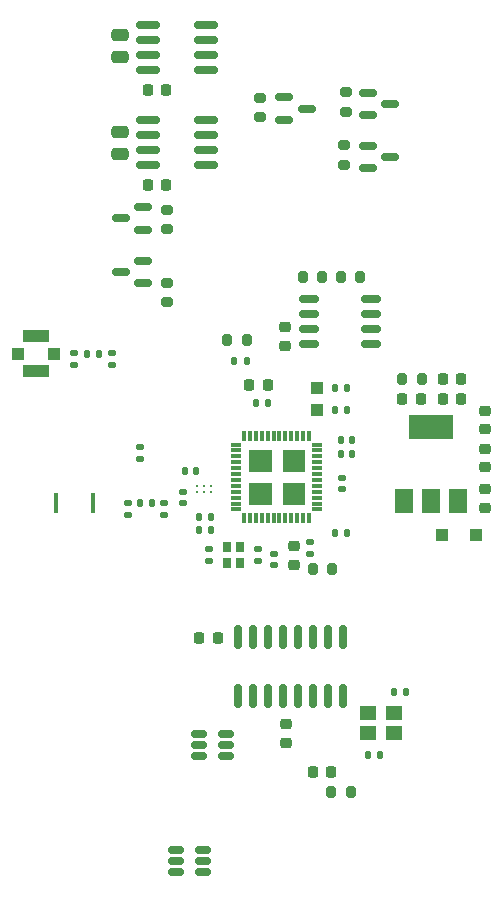
<source format=gbr>
%TF.GenerationSoftware,KiCad,Pcbnew,(6.0.2)*%
%TF.CreationDate,2022-04-29T18:18:38+02:00*%
%TF.ProjectId,reflowControllerV2,7265666c-6f77-4436-9f6e-74726f6c6c65,rev?*%
%TF.SameCoordinates,Original*%
%TF.FileFunction,Paste,Top*%
%TF.FilePolarity,Positive*%
%FSLAX46Y46*%
G04 Gerber Fmt 4.6, Leading zero omitted, Abs format (unit mm)*
G04 Created by KiCad (PCBNEW (6.0.2)) date 2022-04-29 18:18:38*
%MOMM*%
%LPD*%
G01*
G04 APERTURE LIST*
G04 Aperture macros list*
%AMRoundRect*
0 Rectangle with rounded corners*
0 $1 Rounding radius*
0 $2 $3 $4 $5 $6 $7 $8 $9 X,Y pos of 4 corners*
0 Add a 4 corners polygon primitive as box body*
4,1,4,$2,$3,$4,$5,$6,$7,$8,$9,$2,$3,0*
0 Add four circle primitives for the rounded corners*
1,1,$1+$1,$2,$3*
1,1,$1+$1,$4,$5*
1,1,$1+$1,$6,$7*
1,1,$1+$1,$8,$9*
0 Add four rect primitives between the rounded corners*
20,1,$1+$1,$2,$3,$4,$5,0*
20,1,$1+$1,$4,$5,$6,$7,0*
20,1,$1+$1,$6,$7,$8,$9,0*
20,1,$1+$1,$8,$9,$2,$3,0*%
G04 Aperture macros list end*
%ADD10C,0.010000*%
%ADD11RoundRect,0.150000X-0.587500X-0.150000X0.587500X-0.150000X0.587500X0.150000X-0.587500X0.150000X0*%
%ADD12RoundRect,0.140000X0.170000X-0.140000X0.170000X0.140000X-0.170000X0.140000X-0.170000X-0.140000X0*%
%ADD13RoundRect,0.150000X0.512500X0.150000X-0.512500X0.150000X-0.512500X-0.150000X0.512500X-0.150000X0*%
%ADD14RoundRect,0.150000X-0.825000X-0.150000X0.825000X-0.150000X0.825000X0.150000X-0.825000X0.150000X0*%
%ADD15RoundRect,0.225000X0.225000X0.250000X-0.225000X0.250000X-0.225000X-0.250000X0.225000X-0.250000X0*%
%ADD16RoundRect,0.200000X0.275000X-0.200000X0.275000X0.200000X-0.275000X0.200000X-0.275000X-0.200000X0*%
%ADD17RoundRect,0.140000X-0.140000X-0.170000X0.140000X-0.170000X0.140000X0.170000X-0.140000X0.170000X0*%
%ADD18RoundRect,0.147500X0.147500X0.172500X-0.147500X0.172500X-0.147500X-0.172500X0.147500X-0.172500X0*%
%ADD19RoundRect,0.225000X-0.250000X0.225000X-0.250000X-0.225000X0.250000X-0.225000X0.250000X0.225000X0*%
%ADD20RoundRect,0.200000X-0.275000X0.200000X-0.275000X-0.200000X0.275000X-0.200000X0.275000X0.200000X0*%
%ADD21RoundRect,0.200000X0.200000X0.275000X-0.200000X0.275000X-0.200000X-0.275000X0.200000X-0.275000X0*%
%ADD22RoundRect,0.150000X0.587500X0.150000X-0.587500X0.150000X-0.587500X-0.150000X0.587500X-0.150000X0*%
%ADD23RoundRect,0.200000X-0.200000X-0.275000X0.200000X-0.275000X0.200000X0.275000X-0.200000X0.275000X0*%
%ADD24RoundRect,0.140000X-0.170000X0.140000X-0.170000X-0.140000X0.170000X-0.140000X0.170000X0.140000X0*%
%ADD25RoundRect,0.250000X-0.475000X0.250000X-0.475000X-0.250000X0.475000X-0.250000X0.475000X0.250000X0*%
%ADD26RoundRect,0.225000X-0.225000X-0.250000X0.225000X-0.250000X0.225000X0.250000X-0.225000X0.250000X0*%
%ADD27RoundRect,0.140000X0.140000X0.170000X-0.140000X0.170000X-0.140000X-0.170000X0.140000X-0.170000X0*%
%ADD28R,1.400000X1.200000*%
%ADD29RoundRect,0.150000X0.150000X-0.825000X0.150000X0.825000X-0.150000X0.825000X-0.150000X-0.825000X0*%
%ADD30R,1.100000X1.100000*%
%ADD31R,1.500000X2.000000*%
%ADD32R,3.800000X2.000000*%
%ADD33R,0.800000X0.900000*%
%ADD34RoundRect,0.218750X-0.218750X-0.256250X0.218750X-0.256250X0.218750X0.256250X-0.218750X0.256250X0*%
%ADD35RoundRect,0.225000X0.250000X-0.225000X0.250000X0.225000X-0.250000X0.225000X-0.250000X-0.225000X0*%
%ADD36R,0.400000X1.800000*%
%ADD37RoundRect,0.150000X0.675000X0.150000X-0.675000X0.150000X-0.675000X-0.150000X0.675000X-0.150000X0*%
%ADD38R,0.203200X0.203200*%
%ADD39R,2.200000X1.050000*%
%ADD40R,1.050000X1.000000*%
%ADD41RoundRect,0.135000X0.135000X0.185000X-0.135000X0.185000X-0.135000X-0.185000X0.135000X-0.185000X0*%
%ADD42RoundRect,0.008100X-0.126900X0.421900X-0.126900X-0.421900X0.126900X-0.421900X0.126900X0.421900X0*%
%ADD43RoundRect,0.008100X-0.421900X-0.126900X0.421900X-0.126900X0.421900X0.126900X-0.421900X0.126900X0*%
%ADD44R,1.100000X1.050000*%
%ADD45RoundRect,0.218750X0.256250X-0.218750X0.256250X0.218750X-0.256250X0.218750X-0.256250X-0.218750X0*%
G04 APERTURE END LIST*
D10*
%TO.C,U4*%
X25640000Y-46510000D02*
X25640000Y-48290000D01*
X25640000Y-48290000D02*
X23860000Y-48290000D01*
X23860000Y-48290000D02*
X23860000Y-46510000D01*
X23860000Y-46510000D02*
X25640000Y-46510000D01*
G36*
X25640000Y-48290000D02*
G01*
X23860000Y-48290000D01*
X23860000Y-46510000D01*
X25640000Y-46510000D01*
X25640000Y-48290000D01*
G37*
X25640000Y-48290000D02*
X23860000Y-48290000D01*
X23860000Y-46510000D01*
X25640000Y-46510000D01*
X25640000Y-48290000D01*
X22840000Y-46510000D02*
X22840000Y-48290000D01*
X22840000Y-48290000D02*
X21060000Y-48290000D01*
X21060000Y-48290000D02*
X21060000Y-46510000D01*
X21060000Y-46510000D02*
X22840000Y-46510000D01*
G36*
X22840000Y-48290000D02*
G01*
X21060000Y-48290000D01*
X21060000Y-46510000D01*
X22840000Y-46510000D01*
X22840000Y-48290000D01*
G37*
X22840000Y-48290000D02*
X21060000Y-48290000D01*
X21060000Y-46510000D01*
X22840000Y-46510000D01*
X22840000Y-48290000D01*
X25640000Y-49310000D02*
X25640000Y-51090000D01*
X25640000Y-51090000D02*
X23860000Y-51090000D01*
X23860000Y-51090000D02*
X23860000Y-49310000D01*
X23860000Y-49310000D02*
X25640000Y-49310000D01*
G36*
X25640000Y-51090000D02*
G01*
X23860000Y-51090000D01*
X23860000Y-49310000D01*
X25640000Y-49310000D01*
X25640000Y-51090000D01*
G37*
X25640000Y-51090000D02*
X23860000Y-51090000D01*
X23860000Y-49310000D01*
X25640000Y-49310000D01*
X25640000Y-51090000D01*
X22840000Y-49310000D02*
X22840000Y-51090000D01*
X22840000Y-51090000D02*
X21060000Y-51090000D01*
X21060000Y-51090000D02*
X21060000Y-49310000D01*
X21060000Y-49310000D02*
X22840000Y-49310000D01*
G36*
X22840000Y-51090000D02*
G01*
X21060000Y-51090000D01*
X21060000Y-49310000D01*
X22840000Y-49310000D01*
X22840000Y-51090000D01*
G37*
X22840000Y-51090000D02*
X21060000Y-51090000D01*
X21060000Y-49310000D01*
X22840000Y-49310000D01*
X22840000Y-51090000D01*
%TD*%
D11*
%TO.C,Q1*%
X24012500Y-16650000D03*
X24012500Y-18550000D03*
X25887500Y-17600000D03*
%TD*%
D12*
%TO.C,C25*%
X26225000Y-55280000D03*
X26225000Y-54320000D03*
%TD*%
D13*
%TO.C,U5*%
X17137500Y-82250000D03*
X17137500Y-81300000D03*
X17137500Y-80350000D03*
X14862500Y-80350000D03*
X14862500Y-81300000D03*
X14862500Y-82250000D03*
%TD*%
D14*
%TO.C,U9*%
X12425000Y-10495000D03*
X12425000Y-11765000D03*
X12425000Y-13035000D03*
X12425000Y-14305000D03*
X17375000Y-14305000D03*
X17375000Y-13035000D03*
X17375000Y-11765000D03*
X17375000Y-10495000D03*
%TD*%
D15*
%TO.C,C17*%
X13975000Y-16000000D03*
X12425000Y-16000000D03*
%TD*%
D16*
%TO.C,R7*%
X29200000Y-17875000D03*
X29200000Y-16225000D03*
%TD*%
D17*
%TO.C,C18*%
X16820000Y-53300000D03*
X17780000Y-53300000D03*
%TD*%
%TO.C,C2*%
X28320000Y-43100000D03*
X29280000Y-43100000D03*
%TD*%
%TO.C,C11*%
X33320000Y-67000000D03*
X34280000Y-67000000D03*
%TD*%
%TO.C,C29*%
X28820000Y-45650000D03*
X29780000Y-45650000D03*
%TD*%
D18*
%TO.C,L2*%
X12785000Y-51020000D03*
X11815000Y-51020000D03*
%TD*%
D12*
%TO.C,C34*%
X11800000Y-47255000D03*
X11800000Y-46295000D03*
%TD*%
D19*
%TO.C,C5*%
X41000000Y-43225000D03*
X41000000Y-44775000D03*
%TD*%
D20*
%TO.C,R9*%
X14100000Y-26175000D03*
X14100000Y-27825000D03*
%TD*%
D16*
%TO.C,R8*%
X29100000Y-22375000D03*
X29100000Y-20725000D03*
%TD*%
D12*
%TO.C,C30*%
X23150000Y-56255000D03*
X23150000Y-55295000D03*
%TD*%
D21*
%TO.C,JP2*%
X28050000Y-56600000D03*
X26400000Y-56600000D03*
%TD*%
D12*
%TO.C,C1*%
X21800000Y-55880000D03*
X21800000Y-54920000D03*
%TD*%
%TO.C,C35*%
X9400000Y-39300000D03*
X9400000Y-38340000D03*
%TD*%
D21*
%TO.C,JP1*%
X20825000Y-37200000D03*
X19175000Y-37200000D03*
%TD*%
D22*
%TO.C,Q5*%
X12037500Y-32400000D03*
X12037500Y-30500000D03*
X10162500Y-31450000D03*
%TD*%
D17*
%TO.C,C10*%
X31120000Y-72300000D03*
X32080000Y-72300000D03*
%TD*%
D12*
%TO.C,C32*%
X10800000Y-51980000D03*
X10800000Y-51020000D03*
%TD*%
D21*
%TO.C,R11*%
X30450000Y-31850000D03*
X28800000Y-31850000D03*
%TD*%
D19*
%TO.C,C33*%
X24100000Y-36125000D03*
X24100000Y-37675000D03*
%TD*%
D14*
%TO.C,U8*%
X12425000Y-18595000D03*
X12425000Y-19865000D03*
X12425000Y-21135000D03*
X12425000Y-22405000D03*
X17375000Y-22405000D03*
X17375000Y-21135000D03*
X17375000Y-19865000D03*
X17375000Y-18595000D03*
%TD*%
D12*
%TO.C,C36*%
X6200000Y-39300000D03*
X6200000Y-38340000D03*
%TD*%
D15*
%TO.C,C7*%
X38975000Y-42200000D03*
X37425000Y-42200000D03*
%TD*%
D16*
%TO.C,R10*%
X14050000Y-34025000D03*
X14050000Y-32375000D03*
%TD*%
D23*
%TO.C,R2*%
X33975000Y-40500000D03*
X35625000Y-40500000D03*
%TD*%
D17*
%TO.C,C6*%
X28320000Y-41300000D03*
X29280000Y-41300000D03*
%TD*%
D24*
%TO.C,C23*%
X28900000Y-48870000D03*
X28900000Y-49830000D03*
%TD*%
D25*
%TO.C,C13*%
X10100000Y-19550000D03*
X10100000Y-21450000D03*
%TD*%
D26*
%TO.C,C8*%
X26425000Y-73800000D03*
X27975000Y-73800000D03*
%TD*%
D11*
%TO.C,Q2*%
X31112500Y-16250000D03*
X31112500Y-18150000D03*
X32987500Y-17200000D03*
%TD*%
D27*
%TO.C,C22*%
X29780000Y-46850000D03*
X28820000Y-46850000D03*
%TD*%
D21*
%TO.C,R1*%
X29625000Y-75500000D03*
X27975000Y-75500000D03*
%TD*%
%TO.C,R4*%
X27225000Y-31850000D03*
X25575000Y-31850000D03*
%TD*%
D28*
%TO.C,Y3*%
X31100000Y-70500000D03*
X33300000Y-70500000D03*
X33300000Y-68800000D03*
X31100000Y-68800000D03*
%TD*%
D15*
%TO.C,C15*%
X13975000Y-24100000D03*
X12425000Y-24100000D03*
%TD*%
D29*
%TO.C,U7*%
X20090000Y-67300000D03*
X21360000Y-67300000D03*
X22630000Y-67300000D03*
X23900000Y-67300000D03*
X25170000Y-67300000D03*
X26440000Y-67300000D03*
X27710000Y-67300000D03*
X28980000Y-67300000D03*
X28980000Y-62350000D03*
X27710000Y-62350000D03*
X26440000Y-62350000D03*
X25170000Y-62350000D03*
X23900000Y-62350000D03*
X22630000Y-62350000D03*
X21360000Y-62350000D03*
X20090000Y-62350000D03*
%TD*%
D30*
%TO.C,D3*%
X40200000Y-53700000D03*
X37400000Y-53700000D03*
%TD*%
D24*
%TO.C,C4*%
X17600000Y-54920000D03*
X17600000Y-55880000D03*
%TD*%
D31*
%TO.C,U3*%
X34100000Y-50850000D03*
X36400000Y-50850000D03*
D32*
X36400000Y-44550000D03*
D31*
X38700000Y-50850000D03*
%TD*%
D33*
%TO.C,Y1*%
X20250000Y-56100000D03*
X20250000Y-54700000D03*
X19150000Y-54700000D03*
X19150000Y-56100000D03*
%TD*%
D34*
%TO.C,D1*%
X34012500Y-42200000D03*
X35587500Y-42200000D03*
%TD*%
D35*
%TO.C,C12*%
X24135000Y-71300000D03*
X24135000Y-69750000D03*
%TD*%
D11*
%TO.C,Q3*%
X31112500Y-20750000D03*
X31112500Y-22650000D03*
X32987500Y-21700000D03*
%TD*%
D34*
%TO.C,FB2*%
X21037500Y-41050000D03*
X22612500Y-41050000D03*
%TD*%
D36*
%TO.C,ANT1*%
X7800000Y-51020000D03*
X4700000Y-51020000D03*
%TD*%
D37*
%TO.C,U10*%
X31325000Y-37555000D03*
X31325000Y-36285000D03*
X31325000Y-35015000D03*
X31325000Y-33745000D03*
X26075000Y-33745000D03*
X26075000Y-35015000D03*
X26075000Y-36285000D03*
X26075000Y-37555000D03*
%TD*%
D12*
%TO.C,C26*%
X13800000Y-51980000D03*
X13800000Y-51020000D03*
%TD*%
D16*
%TO.C,R5*%
X21950000Y-18325000D03*
X21950000Y-16675000D03*
%TD*%
D38*
%TO.C,F1*%
X16613001Y-50044000D03*
X17200000Y-50044000D03*
X17786999Y-50044000D03*
X17786999Y-49536000D03*
X17200000Y-49536000D03*
X16613001Y-49536000D03*
%TD*%
D17*
%TO.C,C31*%
X21645000Y-42550000D03*
X22605000Y-42550000D03*
%TD*%
D39*
%TO.C,J12*%
X3000000Y-36875000D03*
X3000000Y-39825000D03*
D40*
X1475000Y-38350000D03*
X4525000Y-38350000D03*
%TD*%
D27*
%TO.C,C27*%
X16530000Y-48250000D03*
X15570000Y-48250000D03*
%TD*%
D13*
%TO.C,U6*%
X19087500Y-72450000D03*
X19087500Y-71500000D03*
X19087500Y-70550000D03*
X16812500Y-70550000D03*
X16812500Y-71500000D03*
X16812500Y-72450000D03*
%TD*%
D41*
%TO.C,R3*%
X20810000Y-39000000D03*
X19790000Y-39000000D03*
%TD*%
D19*
%TO.C,C3*%
X41000000Y-47975000D03*
X41000000Y-46425000D03*
%TD*%
D18*
%TO.C,L4*%
X8285000Y-38350000D03*
X7315000Y-38350000D03*
%TD*%
D17*
%TO.C,C19*%
X16820000Y-52200000D03*
X17780000Y-52200000D03*
%TD*%
D24*
%TO.C,C24*%
X15400000Y-50060000D03*
X15400000Y-51020000D03*
%TD*%
D15*
%TO.C,C14*%
X18375000Y-62400000D03*
X16825000Y-62400000D03*
%TD*%
D42*
%TO.C,U4*%
X26100000Y-45365000D03*
X25600000Y-45365000D03*
X25100000Y-45365000D03*
X24600000Y-45365000D03*
X24100000Y-45365000D03*
X23600000Y-45365000D03*
X23100000Y-45365000D03*
X22600000Y-45365000D03*
X22100000Y-45365000D03*
X21600000Y-45365000D03*
X21100000Y-45365000D03*
X20600000Y-45365000D03*
D43*
X19915000Y-46050000D03*
X19915000Y-46550000D03*
X19915000Y-47050000D03*
X19915000Y-47550000D03*
X19915000Y-48050000D03*
X19915000Y-48550000D03*
X19915000Y-49050000D03*
X19915000Y-49550000D03*
X19915000Y-50050000D03*
X19915000Y-50550000D03*
X19915000Y-51050000D03*
X19915000Y-51550000D03*
D42*
X20600000Y-52235000D03*
X21100000Y-52235000D03*
X21600000Y-52235000D03*
X22100000Y-52235000D03*
X22600000Y-52235000D03*
X23100000Y-52235000D03*
X23600000Y-52235000D03*
X24100000Y-52235000D03*
X24600000Y-52235000D03*
X25100000Y-52235000D03*
X25600000Y-52235000D03*
X26100000Y-52235000D03*
D43*
X26785000Y-51550000D03*
X26785000Y-51050000D03*
X26785000Y-50550000D03*
X26785000Y-50050000D03*
X26785000Y-49550000D03*
X26785000Y-49050000D03*
X26785000Y-48550000D03*
X26785000Y-48050000D03*
X26785000Y-47550000D03*
X26785000Y-47050000D03*
X26785000Y-46550000D03*
X26785000Y-46050000D03*
%TD*%
D44*
%TO.C,Y2*%
X26800000Y-43125000D03*
X26800000Y-41275000D03*
%TD*%
D45*
%TO.C,FB1*%
X41000000Y-51387500D03*
X41000000Y-49812500D03*
%TD*%
D17*
%TO.C,C28*%
X28320000Y-53500000D03*
X29280000Y-53500000D03*
%TD*%
D25*
%TO.C,C16*%
X10100000Y-11350000D03*
X10100000Y-13250000D03*
%TD*%
D22*
%TO.C,Q4*%
X12037500Y-27850000D03*
X12037500Y-25950000D03*
X10162500Y-26900000D03*
%TD*%
D15*
%TO.C,C9*%
X38975000Y-40500000D03*
X37425000Y-40500000D03*
%TD*%
D45*
%TO.C,L3*%
X24800000Y-56237500D03*
X24800000Y-54662500D03*
%TD*%
M02*

</source>
